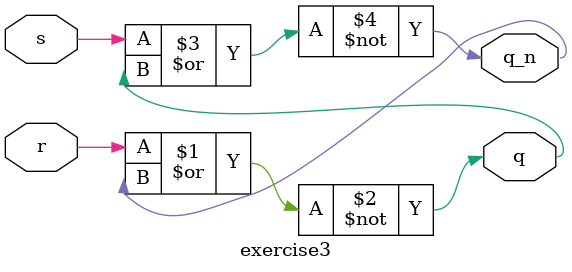
<source format=v>
module exercise3
(
	input s,
	input r,
	output q,
	output q_n
);
	assign q = ~ ( r | q_n );
	assign q_n = ~ ( s | q );
endmodule

</source>
